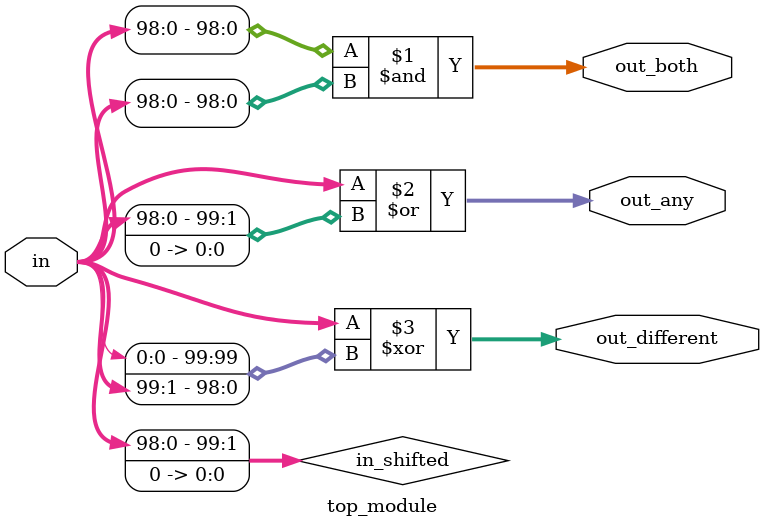
<source format=sv>
module top_module (
    input [99:0] in,
    output [98:0] out_both,
    output [99:0] out_any,
    output [99:0] out_different
);

    wire [99:0] in_shifted = {in[98:0], 1'b0};

    assign out_both = in[98:0] & in_shifted[99:1];
    assign out_any = in | in_shifted;
    assign out_different = in ^ {in[0], in[99:1]};

endmodule

</source>
